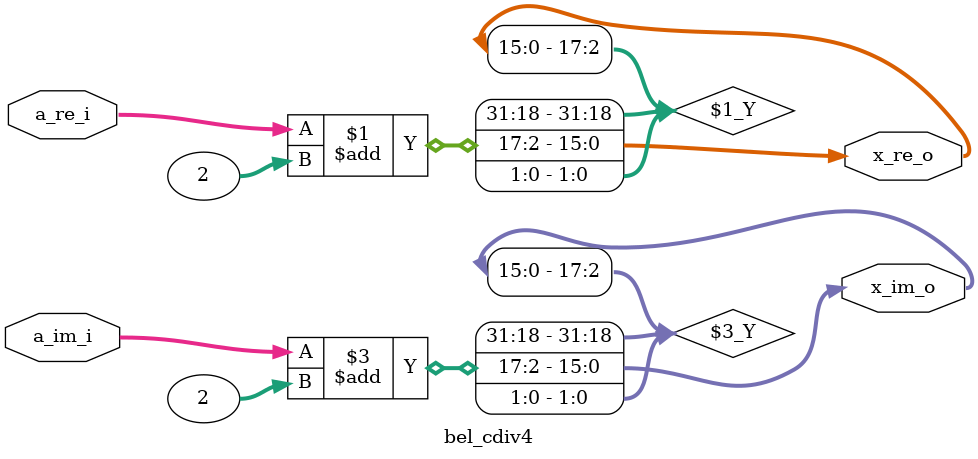
<source format=v>


module bel_cdiv4 (a_re_i, a_im_i, x_re_o, x_im_o);

    parameter word_width = 16;

    input signed [word_width - 1:0] a_re_i;
    input signed [word_width - 1:0] a_im_i;
    output signed [word_width - 1:0] x_re_o;
    output signed [word_width - 1:0] x_im_o;

    assign x_re_o = (a_re_i + 2) >>> 2;
    assign x_im_o = (a_im_i + 2) >>> 2;

endmodule // bel_cdiv4


</source>
